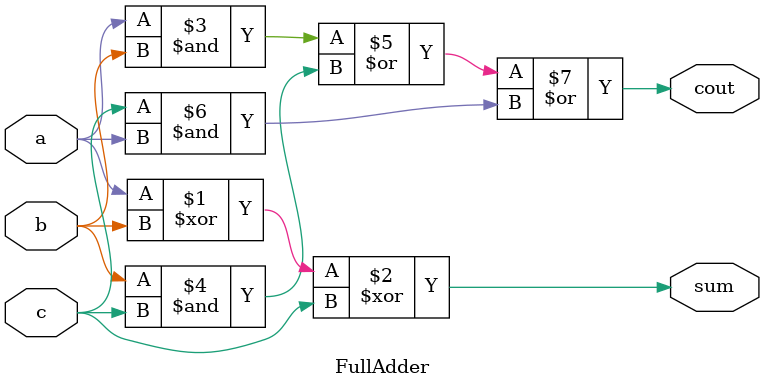
<source format=sv>
module FullAdder(a,b,c,sum,cout);
  input a,b,c;
  output sum,cout;
  
  assign sum = a^b^c;
  assign cout = (a&b) | (b&c) | (c&a);
  
endmodule

</source>
